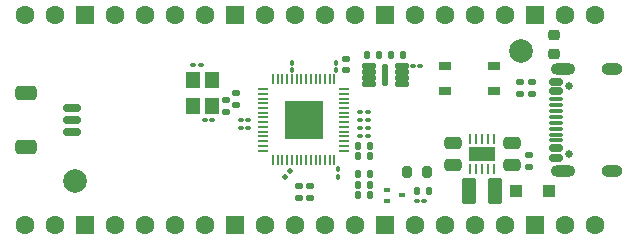
<source format=gbr>
G04 #@! TF.GenerationSoftware,KiCad,Pcbnew,8.0.6*
G04 #@! TF.CreationDate,2024-11-24T01:45:06-05:00*
G04 #@! TF.ProjectId,RPI-PICO-R3a-PUBLIC,5250492d-5049-4434-9f2d-5233612d5055,4*
G04 #@! TF.SameCoordinates,Original*
G04 #@! TF.FileFunction,Soldermask,Top*
G04 #@! TF.FilePolarity,Negative*
%FSLAX46Y46*%
G04 Gerber Fmt 4.6, Leading zero omitted, Abs format (unit mm)*
G04 Created by KiCad (PCBNEW 8.0.6) date 2024-11-24 01:45:06*
%MOMM*%
%LPD*%
G01*
G04 APERTURE LIST*
G04 Aperture macros list*
%AMRoundRect*
0 Rectangle with rounded corners*
0 $1 Rounding radius*
0 $2 $3 $4 $5 $6 $7 $8 $9 X,Y pos of 4 corners*
0 Add a 4 corners polygon primitive as box body*
4,1,4,$2,$3,$4,$5,$6,$7,$8,$9,$2,$3,0*
0 Add four circle primitives for the rounded corners*
1,1,$1+$1,$2,$3*
1,1,$1+$1,$4,$5*
1,1,$1+$1,$6,$7*
1,1,$1+$1,$8,$9*
0 Add four rect primitives between the rounded corners*
20,1,$1+$1,$2,$3,$4,$5,0*
20,1,$1+$1,$4,$5,$6,$7,0*
20,1,$1+$1,$6,$7,$8,$9,0*
20,1,$1+$1,$8,$9,$2,$3,0*%
G04 Aperture macros list end*
%ADD10C,2.000000*%
%ADD11RoundRect,0.135000X0.135000X0.185000X-0.135000X0.185000X-0.135000X-0.185000X0.135000X-0.185000X0*%
%ADD12RoundRect,0.250000X0.475000X-0.250000X0.475000X0.250000X-0.475000X0.250000X-0.475000X-0.250000X0*%
%ADD13RoundRect,0.250000X0.375000X0.850000X-0.375000X0.850000X-0.375000X-0.850000X0.375000X-0.850000X0*%
%ADD14C,1.600000*%
%ADD15R,1.600000X1.600000*%
%ADD16RoundRect,0.102000X-0.450000X-0.150000X0.450000X-0.150000X0.450000X0.150000X-0.450000X0.150000X0*%
%ADD17RoundRect,0.102000X0.125000X-0.825000X0.125000X0.825000X-0.125000X0.825000X-0.125000X-0.825000X0*%
%ADD18RoundRect,0.100000X0.130000X0.100000X-0.130000X0.100000X-0.130000X-0.100000X0.130000X-0.100000X0*%
%ADD19RoundRect,0.135000X-0.135000X-0.185000X0.135000X-0.185000X0.135000X0.185000X-0.135000X0.185000X0*%
%ADD20RoundRect,0.140000X-0.140000X-0.170000X0.140000X-0.170000X0.140000X0.170000X-0.140000X0.170000X0*%
%ADD21RoundRect,0.135000X-0.185000X0.135000X-0.185000X-0.135000X0.185000X-0.135000X0.185000X0.135000X0*%
%ADD22R,1.050000X0.650000*%
%ADD23RoundRect,0.100000X0.155000X0.100000X-0.155000X0.100000X-0.155000X-0.100000X0.155000X-0.100000X0*%
%ADD24RoundRect,0.100000X0.021213X0.162635X-0.162635X-0.021213X-0.021213X-0.162635X0.162635X0.021213X0*%
%ADD25RoundRect,0.100000X0.100000X-0.130000X0.100000X0.130000X-0.100000X0.130000X-0.100000X-0.130000X0*%
%ADD26RoundRect,0.135000X0.185000X-0.135000X0.185000X0.135000X-0.185000X0.135000X-0.185000X-0.135000X0*%
%ADD27RoundRect,0.100000X-0.130000X-0.100000X0.130000X-0.100000X0.130000X0.100000X-0.130000X0.100000X0*%
%ADD28RoundRect,0.200000X0.200000X0.275000X-0.200000X0.275000X-0.200000X-0.275000X0.200000X-0.275000X0*%
%ADD29RoundRect,0.140000X0.170000X-0.140000X0.170000X0.140000X-0.170000X0.140000X-0.170000X-0.140000X0*%
%ADD30C,0.650000*%
%ADD31RoundRect,0.150000X0.425000X-0.150000X0.425000X0.150000X-0.425000X0.150000X-0.425000X-0.150000X0*%
%ADD32RoundRect,0.075000X0.500000X-0.075000X0.500000X0.075000X-0.500000X0.075000X-0.500000X-0.075000X0*%
%ADD33O,2.100000X1.000000*%
%ADD34O,1.800000X1.000000*%
%ADD35RoundRect,0.218750X-0.256250X0.218750X-0.256250X-0.218750X0.256250X-0.218750X0.256250X0.218750X0*%
%ADD36RoundRect,0.062500X0.062500X-0.337500X0.062500X0.337500X-0.062500X0.337500X-0.062500X-0.337500X0*%
%ADD37R,2.200000X1.300000*%
%ADD38R,1.200000X1.400000*%
%ADD39RoundRect,0.150000X-0.625000X0.150000X-0.625000X-0.150000X0.625000X-0.150000X0.625000X0.150000X0*%
%ADD40RoundRect,0.250000X-0.650000X0.350000X-0.650000X-0.350000X0.650000X-0.350000X0.650000X0.350000X0*%
%ADD41RoundRect,0.050000X-0.050000X0.387500X-0.050000X-0.387500X0.050000X-0.387500X0.050000X0.387500X0*%
%ADD42RoundRect,0.050000X-0.387500X0.050000X-0.387500X-0.050000X0.387500X-0.050000X0.387500X0.050000X0*%
%ADD43R,3.200000X3.200000*%
%ADD44RoundRect,0.250000X-0.300000X-0.300000X0.300000X-0.300000X0.300000X0.300000X-0.300000X0.300000X0*%
%ADD45RoundRect,0.100000X-0.100000X0.130000X-0.100000X-0.130000X0.100000X-0.130000X0.100000X0.130000X0*%
G04 APERTURE END LIST*
D10*
X130600000Y-109700000D03*
D11*
X156360000Y-99000000D03*
X155340000Y-99000000D03*
D12*
X167550000Y-108350000D03*
X167550000Y-106450000D03*
D13*
X166125000Y-110500000D03*
X163975000Y-110500000D03*
D11*
X155560000Y-110000000D03*
X154540000Y-110000000D03*
D14*
X126320000Y-113390000D03*
X128860000Y-113390000D03*
D15*
X131400000Y-113390000D03*
D14*
X133940000Y-113390000D03*
X136480000Y-113390000D03*
X139020000Y-113390000D03*
X141560000Y-113390000D03*
D15*
X144100000Y-113390000D03*
D14*
X146640000Y-113390000D03*
X149180000Y-113390000D03*
X151720000Y-113390000D03*
X154260000Y-113390000D03*
D15*
X156800000Y-113390000D03*
D14*
X159340000Y-113390000D03*
X161880000Y-113390000D03*
X164420000Y-113390000D03*
X166960000Y-113390000D03*
D15*
X169500000Y-113390000D03*
D14*
X172040000Y-113390000D03*
X174580000Y-113390000D03*
D16*
X155450000Y-99950000D03*
X155450000Y-100450000D03*
X155450000Y-100950000D03*
X155450000Y-101450000D03*
X158250000Y-101450000D03*
X158250000Y-100950000D03*
X158250000Y-100450000D03*
X158250000Y-99950000D03*
D17*
X156850000Y-100700000D03*
D18*
X145270000Y-104500000D03*
X144630000Y-104500000D03*
D19*
X159540000Y-110500000D03*
X160560000Y-110500000D03*
D20*
X154570000Y-109100000D03*
X155530000Y-109100000D03*
D21*
X169050000Y-107490000D03*
X169050000Y-108510000D03*
D22*
X161875000Y-99925000D03*
X166025000Y-99925000D03*
X161875000Y-102075000D03*
X166025000Y-102075000D03*
D23*
X157005000Y-110400000D03*
X157005000Y-111400000D03*
X158295000Y-110900000D03*
D18*
X155370000Y-105900000D03*
X154730000Y-105900000D03*
D19*
X157340000Y-99000000D03*
X158360000Y-99000000D03*
D24*
X148776274Y-108873726D03*
X148323726Y-109326274D03*
D25*
X152650000Y-100320000D03*
X152650000Y-99680000D03*
D18*
X145270000Y-105200000D03*
X144630000Y-105200000D03*
D20*
X154570000Y-107600000D03*
X155530000Y-107600000D03*
D26*
X143350000Y-103860000D03*
X143350000Y-102840000D03*
D27*
X154730000Y-103800000D03*
X155370000Y-103800000D03*
D26*
X169250000Y-102310000D03*
X169250000Y-101290000D03*
D21*
X150450000Y-110090000D03*
X150450000Y-111110000D03*
D28*
X160375000Y-108900000D03*
X158725000Y-108900000D03*
D21*
X144250000Y-102190000D03*
X144250000Y-103210000D03*
D14*
X174580000Y-95610000D03*
X172040000Y-95610000D03*
D15*
X169500000Y-95610000D03*
D14*
X166960000Y-95610000D03*
X164420000Y-95610000D03*
X161880000Y-95610000D03*
X159340000Y-95610000D03*
D15*
X156800000Y-95610000D03*
D14*
X154260000Y-95610000D03*
X151720000Y-95610000D03*
X149180000Y-95610000D03*
X146640000Y-95610000D03*
D15*
X144100000Y-95610000D03*
D14*
X141560000Y-95610000D03*
X139020000Y-95610000D03*
X136480000Y-95610000D03*
X133940000Y-95610000D03*
D15*
X131400000Y-95610000D03*
D14*
X128860000Y-95610000D03*
X126320000Y-95610000D03*
D21*
X168250000Y-101290000D03*
X168250000Y-102310000D03*
D29*
X153500000Y-100280000D03*
X153500000Y-99320000D03*
D27*
X159530000Y-111400000D03*
X160170000Y-111400000D03*
D18*
X142220000Y-104500000D03*
X141580000Y-104500000D03*
D30*
X172395000Y-107390000D03*
X172395000Y-101610000D03*
D31*
X171320000Y-107700000D03*
X171320000Y-106900000D03*
D32*
X171320000Y-105750000D03*
X171320000Y-104750000D03*
X171320000Y-104250000D03*
X171320000Y-103250000D03*
D31*
X171320000Y-102100000D03*
X171320000Y-101300000D03*
X171320000Y-101300000D03*
X171320000Y-102100000D03*
D32*
X171320000Y-102750000D03*
X171320000Y-103750000D03*
X171320000Y-105250000D03*
X171320000Y-106250000D03*
D31*
X171320000Y-106900000D03*
X171320000Y-107700000D03*
D33*
X171895000Y-108820000D03*
D34*
X176075000Y-108820000D03*
D33*
X171895000Y-100180000D03*
D34*
X176075000Y-100180000D03*
D12*
X162550000Y-108350000D03*
X162550000Y-106450000D03*
D35*
X171150000Y-97312500D03*
X171150000Y-98887500D03*
D10*
X168350000Y-98700000D03*
D36*
X164050000Y-108675000D03*
X164550000Y-108675000D03*
X165050000Y-108675000D03*
X165550000Y-108675000D03*
X166050000Y-108675000D03*
X166050000Y-106125000D03*
X165550000Y-106125000D03*
X165050000Y-106125000D03*
X164550000Y-106125000D03*
X164050000Y-106125000D03*
D37*
X165050000Y-107400000D03*
D18*
X155370000Y-105200000D03*
X154730000Y-105200000D03*
D25*
X148950000Y-100320000D03*
X148950000Y-99680000D03*
D19*
X154540000Y-110900000D03*
X155560000Y-110900000D03*
D38*
X140600000Y-101100000D03*
X140600000Y-103300000D03*
X142200000Y-103300000D03*
X142200000Y-101100000D03*
D39*
X130300000Y-103500000D03*
X130300000Y-104500000D03*
X130300000Y-105500000D03*
D40*
X126425000Y-102200000D03*
X126425000Y-106800000D03*
D27*
X154730000Y-104500000D03*
X155370000Y-104500000D03*
X140580000Y-99900000D03*
X141220000Y-99900000D03*
D20*
X154570000Y-106700000D03*
X155530000Y-106700000D03*
D27*
X159180000Y-99950000D03*
X159820000Y-99950000D03*
D41*
X152550000Y-101062500D03*
X152150000Y-101062500D03*
X151750000Y-101062500D03*
X151350000Y-101062500D03*
X150950000Y-101062500D03*
X150550000Y-101062500D03*
X150150000Y-101062500D03*
X149750000Y-101062500D03*
X149350000Y-101062500D03*
X148950000Y-101062500D03*
X148550000Y-101062500D03*
X148150000Y-101062500D03*
X147750000Y-101062500D03*
X147350000Y-101062500D03*
D42*
X146512500Y-101900000D03*
X146512500Y-102300000D03*
X146512500Y-102700000D03*
X146512500Y-103100000D03*
X146512500Y-103500000D03*
X146512500Y-103900000D03*
X146512500Y-104300000D03*
X146512500Y-104700000D03*
X146512500Y-105100000D03*
X146512500Y-105500000D03*
X146512500Y-105900000D03*
X146512500Y-106300000D03*
X146512500Y-106700000D03*
X146512500Y-107100000D03*
D41*
X147350000Y-107937500D03*
X147750000Y-107937500D03*
X148150000Y-107937500D03*
X148550000Y-107937500D03*
X148950000Y-107937500D03*
X149350000Y-107937500D03*
X149750000Y-107937500D03*
X150150000Y-107937500D03*
X150550000Y-107937500D03*
X150950000Y-107937500D03*
X151350000Y-107937500D03*
X151750000Y-107937500D03*
X152150000Y-107937500D03*
X152550000Y-107937500D03*
D42*
X153387500Y-107100000D03*
X153387500Y-106700000D03*
X153387500Y-106300000D03*
X153387500Y-105900000D03*
X153387500Y-105500000D03*
X153387500Y-105100000D03*
X153387500Y-104700000D03*
X153387500Y-104300000D03*
X153387500Y-103900000D03*
X153387500Y-103500000D03*
X153387500Y-103100000D03*
X153387500Y-102700000D03*
X153387500Y-102300000D03*
X153387500Y-101900000D03*
D43*
X149950000Y-104500000D03*
D44*
X167950000Y-110500000D03*
X170750000Y-110500000D03*
D45*
X152850000Y-108680000D03*
X152850000Y-109320000D03*
D26*
X149550000Y-111110000D03*
X149550000Y-110090000D03*
M02*

</source>
